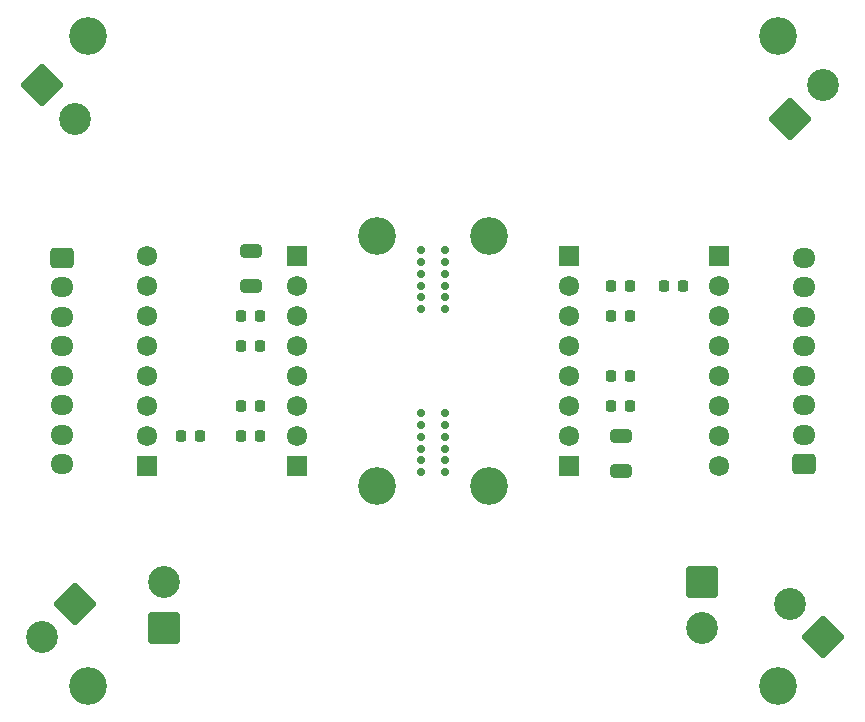
<source format=gbr>
%TF.GenerationSoftware,KiCad,Pcbnew,7.0.6*%
%TF.CreationDate,2023-12-17T00:49:34+09:00*%
%TF.ProjectId,MotorDriver_TB6612FNG_20230704,4d6f746f-7244-4726-9976-65725f544236,rev?*%
%TF.SameCoordinates,Original*%
%TF.FileFunction,Soldermask,Bot*%
%TF.FilePolarity,Negative*%
%FSLAX46Y46*%
G04 Gerber Fmt 4.6, Leading zero omitted, Abs format (unit mm)*
G04 Created by KiCad (PCBNEW 7.0.6) date 2023-12-17 00:49:34*
%MOMM*%
%LPD*%
G01*
G04 APERTURE LIST*
G04 Aperture macros list*
%AMRoundRect*
0 Rectangle with rounded corners*
0 $1 Rounding radius*
0 $2 $3 $4 $5 $6 $7 $8 $9 X,Y pos of 4 corners*
0 Add a 4 corners polygon primitive as box body*
4,1,4,$2,$3,$4,$5,$6,$7,$8,$9,$2,$3,0*
0 Add four circle primitives for the rounded corners*
1,1,$1+$1,$2,$3*
1,1,$1+$1,$4,$5*
1,1,$1+$1,$6,$7*
1,1,$1+$1,$8,$9*
0 Add four rect primitives between the rounded corners*
20,1,$1+$1,$2,$3,$4,$5,0*
20,1,$1+$1,$4,$5,$6,$7,0*
20,1,$1+$1,$6,$7,$8,$9,0*
20,1,$1+$1,$8,$9,$2,$3,0*%
G04 Aperture macros list end*
%ADD10RoundRect,0.250001X1.555634X0.000000X0.000000X1.555634X-1.555634X0.000000X0.000000X-1.555634X0*%
%ADD11C,2.700000*%
%ADD12C,3.200000*%
%ADD13R,1.720000X1.720000*%
%ADD14C,1.720000*%
%ADD15C,0.700000*%
%ADD16RoundRect,0.250001X0.000000X-1.555634X1.555634X0.000000X0.000000X1.555634X-1.555634X0.000000X0*%
%ADD17RoundRect,0.250001X1.099999X-1.099999X1.099999X1.099999X-1.099999X1.099999X-1.099999X-1.099999X0*%
%ADD18RoundRect,0.250000X-0.725000X0.600000X-0.725000X-0.600000X0.725000X-0.600000X0.725000X0.600000X0*%
%ADD19O,1.950000X1.700000*%
%ADD20RoundRect,0.250000X0.725000X-0.600000X0.725000X0.600000X-0.725000X0.600000X-0.725000X-0.600000X0*%
%ADD21RoundRect,0.250001X-1.555634X0.000000X0.000000X-1.555634X1.555634X0.000000X0.000000X1.555634X0*%
%ADD22RoundRect,0.250001X0.000000X1.555634X-1.555634X0.000000X0.000000X-1.555634X1.555634X0.000000X0*%
%ADD23RoundRect,0.250001X-1.099999X1.099999X-1.099999X-1.099999X1.099999X-1.099999X1.099999X1.099999X0*%
%ADD24RoundRect,0.218750X0.218750X0.256250X-0.218750X0.256250X-0.218750X-0.256250X0.218750X-0.256250X0*%
%ADD25RoundRect,0.218750X-0.218750X-0.256250X0.218750X-0.256250X0.218750X0.256250X-0.218750X0.256250X0*%
%ADD26RoundRect,0.250000X0.650000X-0.325000X0.650000X0.325000X-0.650000X0.325000X-0.650000X-0.325000X0*%
%ADD27RoundRect,0.250000X-0.650000X0.325000X-0.650000X-0.325000X0.650000X-0.325000X0.650000X0.325000X0*%
G04 APERTURE END LIST*
D10*
%TO.C,J3*%
X137559423Y-122140720D03*
D11*
X134759280Y-119340577D03*
%TD*%
D12*
%TO.C,REF\u002A\u002A*%
X75250000Y-71300000D03*
%TD*%
D13*
%TO.C,U2*%
X93000000Y-107690000D03*
D14*
X93000000Y-105150000D03*
X93000000Y-102610000D03*
X93000000Y-100070000D03*
X93000000Y-97530000D03*
X93000000Y-94990000D03*
X93000000Y-92450000D03*
D13*
X93000000Y-89910000D03*
D14*
X80300000Y-89910000D03*
X80300000Y-92450000D03*
X80300000Y-94990000D03*
X80300000Y-97530000D03*
X80300000Y-100070000D03*
X80300000Y-102610000D03*
X80300000Y-105150000D03*
D13*
X80300000Y-107690000D03*
%TD*%
D15*
%TO.C,REF\u002A\u002A*%
X103500000Y-94400000D03*
X105500000Y-94400000D03*
X103500000Y-93400000D03*
X105500000Y-93400000D03*
X103500000Y-92400000D03*
X105500000Y-92400000D03*
X103500000Y-91400000D03*
X105500000Y-91400000D03*
X103500000Y-90400000D03*
X105500000Y-90400000D03*
X103500000Y-89400000D03*
X105500000Y-89400000D03*
%TD*%
D12*
%TO.C,REF\u002A\u002A*%
X99750000Y-109400000D03*
%TD*%
%TO.C,REF\u002A\u002A*%
X109250000Y-88200000D03*
%TD*%
%TO.C,REF\u002A\u002A*%
X99750000Y-88200000D03*
%TD*%
D16*
%TO.C,J2*%
X134759280Y-78259423D03*
D11*
X137559423Y-75459280D03*
%TD*%
D17*
%TO.C,J5*%
X81725000Y-121430000D03*
D11*
X81725000Y-117470000D03*
%TD*%
D12*
%TO.C,REF\u002A\u002A*%
X75250000Y-126300000D03*
%TD*%
%TO.C,REF\u002A\u002A*%
X133750000Y-126300000D03*
%TD*%
D18*
%TO.C,J8*%
X73100000Y-90050000D03*
D19*
X73100000Y-92550000D03*
X73100000Y-95050000D03*
X73100000Y-97550000D03*
X73100000Y-100050000D03*
X73100000Y-102550000D03*
X73100000Y-105050000D03*
X73100000Y-107550000D03*
%TD*%
D13*
%TO.C,U1*%
X116000000Y-89910000D03*
D14*
X116000000Y-92450000D03*
X116000000Y-94990000D03*
X116000000Y-97530000D03*
X116000000Y-100070000D03*
X116000000Y-102610000D03*
X116000000Y-105150000D03*
D13*
X116000000Y-107690000D03*
D14*
X128700000Y-107690000D03*
X128700000Y-105150000D03*
X128700000Y-102610000D03*
X128700000Y-100070000D03*
X128700000Y-97530000D03*
X128700000Y-94990000D03*
X128700000Y-92450000D03*
D13*
X128700000Y-89910000D03*
%TD*%
D12*
%TO.C,REF\u002A\u002A*%
X133750000Y-71300000D03*
%TD*%
D20*
%TO.C,J4*%
X135900000Y-107550000D03*
D19*
X135900000Y-105050000D03*
X135900000Y-102550000D03*
X135900000Y-100050000D03*
X135900000Y-97550000D03*
X135900000Y-95050000D03*
X135900000Y-92550000D03*
X135900000Y-90050000D03*
%TD*%
D21*
%TO.C,J7*%
X71390577Y-75459280D03*
D11*
X74190720Y-78259423D03*
%TD*%
D12*
%TO.C,REF\u002A\u002A*%
X109250000Y-109400000D03*
%TD*%
D22*
%TO.C,J6*%
X74190720Y-119340577D03*
D11*
X71390577Y-122140720D03*
%TD*%
D23*
%TO.C,J1*%
X127275000Y-117470000D03*
D11*
X127275000Y-121430000D03*
%TD*%
D15*
%TO.C,REF\u002A\u002A*%
X103500000Y-108200000D03*
X105500000Y-108200000D03*
X103500000Y-107200000D03*
X105500000Y-107200000D03*
X103500000Y-106200000D03*
X105500000Y-106200000D03*
X103500000Y-105200000D03*
X105500000Y-105200000D03*
X103500000Y-104200000D03*
X105500000Y-104200000D03*
X103500000Y-103200000D03*
X105500000Y-103200000D03*
%TD*%
D24*
%TO.C,D10*%
X89850500Y-97530000D03*
X88275500Y-97530000D03*
%TD*%
%TO.C,D9*%
X89850500Y-94990000D03*
X88275500Y-94990000D03*
%TD*%
D25*
%TO.C,D4*%
X119562500Y-102610000D03*
X121137500Y-102610000D03*
%TD*%
D26*
%TO.C,C2*%
X89063000Y-92450000D03*
X89063000Y-89500000D03*
%TD*%
D25*
%TO.C,D2*%
X119562500Y-94990000D03*
X121137500Y-94990000D03*
%TD*%
D24*
%TO.C,D8*%
X89850500Y-105150000D03*
X88275500Y-105150000D03*
%TD*%
D25*
%TO.C,D5*%
X119562500Y-100070000D03*
X121137500Y-100070000D03*
%TD*%
%TO.C,D3*%
X119562500Y-92450000D03*
X121137500Y-92450000D03*
%TD*%
D27*
%TO.C,C1*%
X120390000Y-105150000D03*
X120390000Y-108100000D03*
%TD*%
D25*
%TO.C,D6*%
X83195500Y-105150000D03*
X84770500Y-105150000D03*
%TD*%
D24*
%TO.C,D1*%
X125637500Y-92450000D03*
X124062500Y-92450000D03*
%TD*%
%TO.C,D7*%
X89850500Y-102610000D03*
X88275500Y-102610000D03*
%TD*%
M02*

</source>
